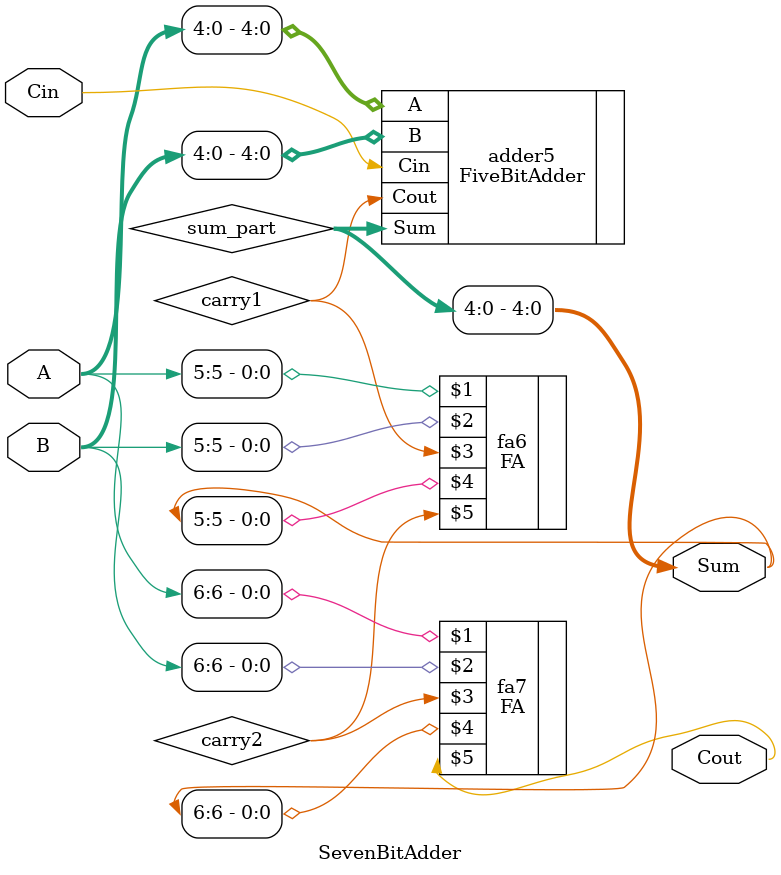
<source format=v>
module SevenBitAdder (
    input [6:0] A,   // 7-bit input A
    input [6:0] B,   // 7-bit input B
    input Cin,
    output [6:0] Sum, // 7-bit sum output
    output Cout      // Carry-out
);

    wire [4:0] sum_part;
    wire carry1, carry2;

    // Use the 5-bit adder
    FiveBitAdder adder5 (.A(A[4:0]), .B(B[4:0]), .Cin(Cin), .Sum(sum_part), .Cout(carry1));

    // Use two 1-bit adders for the remaining bits
    FA fa6 (A[5], B[5], carry1, Sum[5], carry2);
    FA fa7 (A[6], B[6], carry2, Sum[6], Cout);

    // Concatenate the results
	  assign Sum[4:0] = sum_part;

endmodule
</source>
